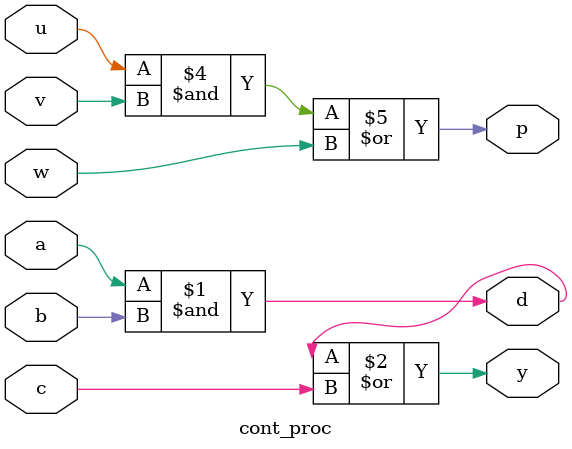
<source format=sv>

module cont_proc(
input logic a,
input logic b,
input logic c,
input logic u, //
input logic v, //
input logic w, //
output logic d,                                  
output logic y,
output logic p); //

//continuous assignment
assign d = a&b;
assign y = d|c; 

//procedural assignment
always_comb begin 
    p = u&v;
    p = p|w; 
end

endmodule 


</source>
